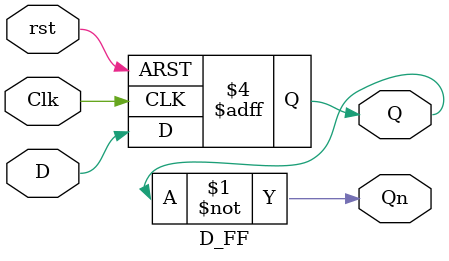
<source format=v>
`timescale 1ns / 1ps


module D_FF(
    input Clk,
    input rst,
    input D,
    output reg Q,
    output Qn
      );
    assign Qn = ~Q;
    always@(posedge Clk, negedge rst)
    if(!rst) Q<=1'b0;
    else Q<=D;
endmodule

</source>
